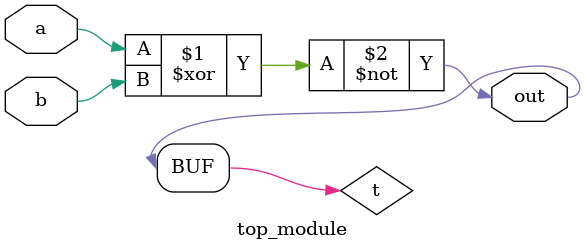
<source format=v>
module top_module( 
    input a, 
    input b, 
    output out );
    wire t;
    xnor (t,a,b);
assign out = t;
endmodule
</source>
